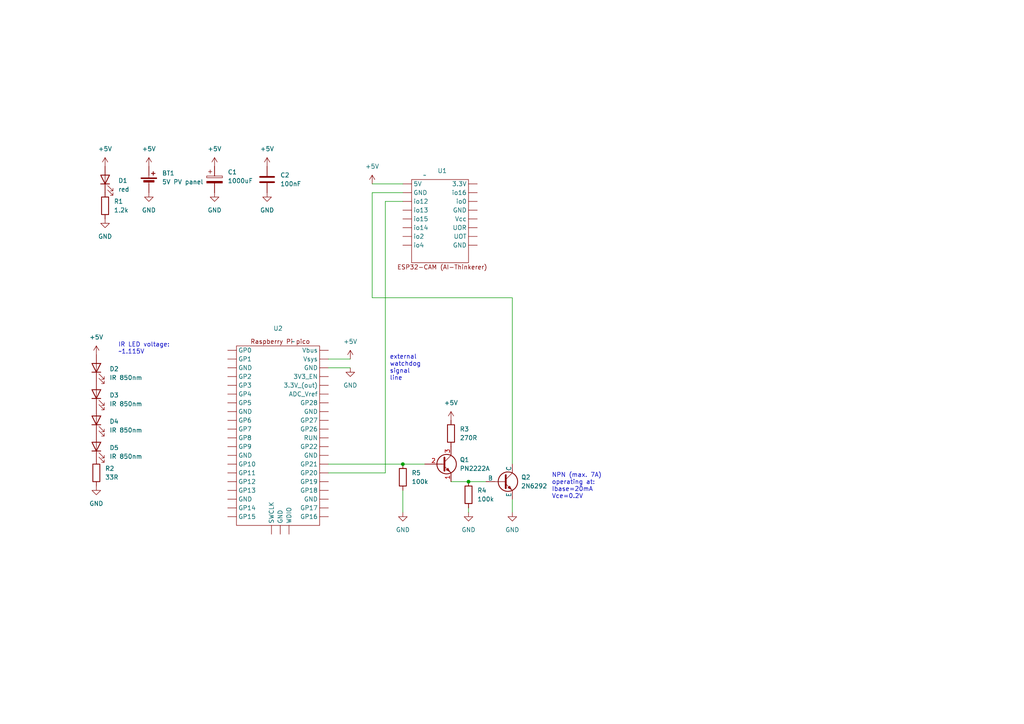
<source format=kicad_sch>
(kicad_sch (version 20230121) (generator eeschema)
  (paper "A4")
  (lib_symbols
    (symbol "Device:Battery_Cell" (pin_numbers hide) (pin_names (offset 0) hide)
      (property "Reference" "BT" (at 2.54 2.54 0))
      (property "Value" "Battery_Cell" (at 2.54 0 0))
      (symbol "Battery_Cell_0_1"
        (rectangle (start -2.286 1.778) (end 2.286 1.524) (fill (type outline)))
        (rectangle (start -1.524 1.016) (end 1.524 0.508) (fill (type outline)))
        (polyline (pts (xy 0 0.762) (xy 0 0)))
        (polyline (pts (xy 0 1.778) (xy 0 2.54)))
        (polyline (pts (xy 0.762 3.048) (xy 1.778 3.048)) (stroke (width 0.254)))
        (polyline (pts (xy 1.27 3.556) (xy 1.27 2.54)) (stroke (width 0.254)))
      )
      (symbol "Battery_Cell_1_1"
        (pin passive line (at 0 5.08 270) (length 2.54) (name "+") (number "1"))
        (pin passive line (at 0 -2.54 90) (length 2.54) (name "-") (number "2"))
      )
    )
    (symbol "Device:C" (pin_numbers hide) (pin_names (offset 0.254))
      (property "Reference" "C" (at 0.635 2.54 0))
      (property "Value" "C" (at 0.635 -2.54 0))
      (symbol "C_0_1"
        (polyline (pts (xy -2.032 -0.762) (xy 2.032 -0.762)) (stroke (width 0.508)))
        (polyline (pts (xy -2.032 0.762) (xy 2.032 0.762)) (stroke (width 0.508)))
      )
      (symbol "C_1_1"
        (pin passive line (at 0 3.81 270) (length 2.794) (name "~") (number "1"))
        (pin passive line (at 0 -3.81 90) (length 2.794) (name "~") (number "2"))
      )
    )
    (symbol "Device:C_Polarized" (pin_numbers hide) (pin_names (offset 0.254))
      (property "Reference" "C" (at 0.635 2.54 0))
      (property "Value" "C_Polarized" (at 0.635 -2.54 0))
      (symbol "C_Polarized_0_1"
        (rectangle (start -2.286 0.508) (end 2.286 1.016))
        (polyline (pts (xy -1.778 2.286) (xy -0.762 2.286)))
        (polyline (pts (xy -1.27 2.794) (xy -1.27 1.778)))
        (rectangle (start 2.286 -0.508) (end -2.286 -1.016) (fill (type outline)))
      )
      (symbol "C_Polarized_1_1"
        (pin passive line (at 0 3.81 270) (length 2.794) (name "~") (number "1"))
        (pin passive line (at 0 -3.81 90) (length 2.794) (name "~") (number "2"))
      )
    )
    (symbol "Device:LED" (pin_numbers hide) (pin_names (offset 1.016) hide)
      (property "Reference" "D" (at 0 2.54 0))
      (property "Value" "LED" (at 0 -2.54 0))
      (symbol "LED_0_1"
        (polyline (pts (xy -1.27 -1.27) (xy -1.27 1.27)) (stroke (width 0.254)))
        (polyline (pts (xy -1.27 0) (xy 1.27 0)))
        (polyline (pts (xy 1.27 -1.27) (xy 1.27 1.27) (xy -1.27 0) (xy 1.27 -1.27)) (stroke (width 0.254)))
        (polyline (pts (xy -3.048 -0.762) (xy -4.572 -2.286) (xy -3.81 -2.286) (xy -4.572 -2.286) (xy -4.572 -1.524)))
        (polyline (pts (xy -1.778 -0.762) (xy -3.302 -2.286) (xy -2.54 -2.286) (xy -3.302 -2.286) (xy -3.302 -1.524)))
      )
      (symbol "LED_1_1"
        (pin passive line (at -3.81 0 0) (length 2.54) (name "K") (number "1"))
        (pin passive line (at 3.81 0 180) (length 2.54) (name "A") (number "2"))
      )
    )
    (symbol "Device:R" (pin_numbers hide) (pin_names (offset 0))
      (property "Reference" "R" (at 2.032 0 90))
      (property "Value" "R" (at 0 0 90))
      (symbol "R_0_1"
        (rectangle (start -1.016 -2.54) (end 1.016 2.54) (stroke (width 0.254)))
      )
      (symbol "R_1_1"
        (pin passive line (at 0 3.81 270) (length 1.27) (name "~") (number "1"))
        (pin passive line (at 0 -3.81 90) (length 1.27) (name "~") (number "2"))
      )
    )
    (symbol "Simulation_SPICE:NPN" (pin_numbers hide) (pin_names (offset 0))
      (property "Reference" "Q" (at -2.54 7.62 0))
      (property "Value" "NPN" (at -2.54 5.08 0))
      (symbol "NPN_0_1"
        (polyline (pts (xy -2.54 0) (xy 0.635 0)) (stroke (width 0.1524)))
        (polyline (pts (xy 0.635 0.635) (xy 2.54 2.54)))
        (polyline (pts (xy 2.794 -1.27) (xy 2.794 -1.27)) (stroke (width 0.1524)))
        (polyline (pts (xy 2.794 -1.27) (xy 2.794 -1.27)) (stroke (width 0.1524)))
        (polyline (pts (xy 0.635 -0.635) (xy 2.54 -2.54) (xy 2.54 -2.54)))
        (polyline (pts (xy 0.635 1.905) (xy 0.635 -1.905) (xy 0.635 -1.905)) (stroke (width 0.508)))
        (polyline (pts (xy 1.27 -1.778) (xy 1.778 -1.27) (xy 2.286 -2.286) (xy 1.27 -1.778) (xy 1.27 -1.778)) (fill (type outline)))
        (circle (center 1.27 0) (radius 2.8194) (stroke (width 0.254)))
      )
      (symbol "NPN_1_1"
        (pin open_collector line (at 2.54 5.08 270) (length 2.54) (name "C") (number "1"))
        (pin input line (at -5.08 0 0) (length 2.54) (name "B") (number "2"))
        (pin open_emitter line (at 2.54 -5.08 90) (length 2.54) (name "E") (number "3"))
      )
    )
    (symbol "Transistor_BJT:PN2222A" (pin_names (offset 0) hide)
      (property "Reference" "Q" (at 5.08 1.905 0))
      (property "Value" "PN2222A" (at 5.08 0 0))
      (symbol "PN2222A_0_1"
        (polyline (pts (xy 0 0) (xy 0.635 0)))
        (polyline (pts (xy 2.54 -2.54) (xy 0.635 -0.635)))
        (polyline (pts (xy 2.54 2.54) (xy 0.635 0.635)))
        (polyline (pts (xy 0.635 1.905) (xy 0.635 -1.905) (xy 0.635 -1.905)) (stroke (width 0.508)))
        (polyline (pts (xy 2.413 -2.413) (xy 1.905 -1.905) (xy 1.905 -1.905)))
        (polyline (pts (xy 1.143 -1.651) (xy 1.651 -1.143) (xy 2.159 -2.159) (xy 1.143 -1.651) (xy 1.143 -1.651)) (fill (type outline)))
        (circle (center 1.27 0) (radius 2.8194) (stroke (width 0.254)))
      )
      (symbol "PN2222A_1_1"
        (pin passive line (at 2.54 -5.08 90) (length 2.54) (name "E") (number "1"))
        (pin input line (at -5.08 0 0) (length 5.08) (name "B") (number "2"))
        (pin passive line (at 2.54 5.08 270) (length 2.54) (name "C") (number "3"))
      )
    )
    (symbol "modules:RasPi_pico"
      (property "Reference" "U" (at 0 5.08 0))
      (symbol "RasPi_pico_0_1"
        (rectangle (start -11.43 0) (end 12.7 -52.07))
      )
      (symbol "RasPi_pico_1_1"
        (text "Raspberry Pi pico" (at 1.27 1.27 0) (effects (font (size 1.27 1.27))))
        (pin power_out line (at 15.24 -11.43 180) (length 2.54) (name "3.3V_(out)") (number ""))
        (pin input line (at 15.24 -8.89 180) (length 2.54) (name "3V3_EN") (number ""))
        (pin power_in line (at 15.24 -13.97 180) (length 2.54) (name "ADC_Vref") (number ""))
        (pin power_in line (at -13.97 -44.45 0) (length 2.54) (name "GND") (number ""))
        (pin power_in line (at -13.97 -31.75 0) (length 2.54) (name "GND") (number ""))
        (pin power_in line (at -13.97 -19.05 0) (length 2.54) (name "GND") (number ""))
        (pin power_in line (at -13.97 -6.35 0) (length 2.54) (name "GND") (number ""))
        (pin input line (at 1.27 -54.61 90) (length 2.54) (name "GND") (number ""))
        (pin power_out line (at 15.24 -44.45 180) (length 2.54) (name "GND") (number ""))
        (pin power_out line (at 15.24 -31.75 180) (length 2.54) (name "GND") (number ""))
        (pin power_out line (at 15.24 -19.05 180) (length 2.54) (name "GND") (number ""))
        (pin power_in line (at 15.24 -6.35 180) (length 2.54) (name "GND") (number ""))
        (pin bidirectional line (at -13.97 -1.27 0) (length 2.54) (name "GP0") (number ""))
        (pin bidirectional line (at -13.97 -3.81 0) (length 2.54) (name "GP1") (number ""))
        (pin bidirectional line (at -13.97 -34.29 0) (length 2.54) (name "GP10") (number ""))
        (pin bidirectional line (at -13.97 -36.83 0) (length 2.54) (name "GP11") (number ""))
        (pin bidirectional line (at -13.97 -39.37 0) (length 2.54) (name "GP12") (number ""))
        (pin bidirectional line (at -13.97 -41.91 0) (length 2.54) (name "GP13") (number ""))
        (pin bidirectional line (at -13.97 -46.99 0) (length 2.54) (name "GP14") (number ""))
        (pin bidirectional line (at -13.97 -49.53 0) (length 2.54) (name "GP15") (number ""))
        (pin bidirectional line (at 15.24 -49.53 180) (length 2.54) (name "GP16") (number ""))
        (pin bidirectional line (at 15.24 -46.99 180) (length 2.54) (name "GP17") (number ""))
        (pin bidirectional line (at 15.24 -41.91 180) (length 2.54) (name "GP18") (number ""))
        (pin bidirectional line (at 15.24 -39.37 180) (length 2.54) (name "GP19") (number ""))
        (pin bidirectional line (at -13.97 -8.89 0) (length 2.54) (name "GP2") (number ""))
        (pin bidirectional line (at 15.24 -36.83 180) (length 2.54) (name "GP20") (number ""))
        (pin bidirectional line (at 15.24 -34.29 180) (length 2.54) (name "GP21") (number ""))
        (pin bidirectional line (at 15.24 -29.21 180) (length 2.54) (name "GP22") (number ""))
        (pin bidirectional line (at 15.24 -24.13 180) (length 2.54) (name "GP26") (number ""))
        (pin bidirectional line (at 15.24 -21.59 180) (length 2.54) (name "GP27") (number ""))
        (pin bidirectional line (at 15.24 -16.51 180) (length 2.54) (name "GP28") (number ""))
        (pin bidirectional line (at -13.97 -11.43 0) (length 2.54) (name "GP3") (number ""))
        (pin bidirectional line (at -13.97 -13.97 0) (length 2.54) (name "GP4") (number ""))
        (pin bidirectional line (at -13.97 -16.51 0) (length 2.54) (name "GP5") (number ""))
        (pin bidirectional line (at -13.97 -21.59 0) (length 2.54) (name "GP6") (number ""))
        (pin bidirectional line (at -13.97 -24.13 0) (length 2.54) (name "GP7") (number ""))
        (pin bidirectional line (at -13.97 -26.67 0) (length 2.54) (name "GP8") (number ""))
        (pin bidirectional line (at -13.97 -29.21 0) (length 2.54) (name "GP9") (number ""))
        (pin input line (at 15.24 -26.67 180) (length 2.54) (name "RUN") (number ""))
        (pin bidirectional line (at -1.27 -54.61 90) (length 2.54) (name "SWCLK") (number ""))
        (pin power_in line (at 15.24 -1.27 180) (length 2.54) (name "Vbus") (number ""))
        (pin power_in line (at 15.24 -3.81 180) (length 2.54) (name "Vsys") (number ""))
        (pin bidirectional line (at 3.81 -54.61 90) (length 2.54) (name "WDIO") (number ""))
      )
    )
    (symbol "modules:esp32-cam"
      (property "Reference" "U" (at 3.81 0 0))
      (symbol "esp32-cam_0_1"
        (rectangle (start -3.81 -1.27) (end 12.7 -25.4))
      )
      (symbol "esp32-cam_1_1"
        (text "ESP32-CAM (AI-Thinkerer)" (at 5.08 -26.67 0) (effects (font (size 1.27 1.27))))
        (pin input line (at 15.24 -2.54 180) (length 2.54) (name "3.3V") (number ""))
        (pin power_in line (at -6.35 -2.54 0) (length 2.54) (name "5V") (number ""))
        (pin power_in line (at -6.35 -5.08 0) (length 2.54) (name "GND") (number ""))
        (pin power_in line (at 15.24 -20.32 180) (length 2.54) (name "GND") (number ""))
        (pin power_in line (at 15.24 -10.16 180) (length 2.54) (name "GND") (number ""))
        (pin input line (at 15.24 -15.24 180) (length 2.54) (name "UOR") (number ""))
        (pin output line (at 15.24 -17.78 180) (length 2.54) (name "UOT") (number ""))
        (pin power_in line (at 15.24 -12.7 180) (length 2.54) (name "Vcc") (number ""))
        (pin bidirectional line (at 15.24 -7.62 180) (length 2.54) (name "io0") (number ""))
        (pin bidirectional line (at -6.35 -7.62 0) (length 2.54) (name "io12") (number ""))
        (pin bidirectional line (at -6.35 -10.16 0) (length 2.54) (name "io13") (number ""))
        (pin bidirectional line (at -6.35 -15.24 0) (length 2.54) (name "io14") (number ""))
        (pin bidirectional line (at -6.35 -12.7 0) (length 2.54) (name "io15") (number ""))
        (pin bidirectional line (at 15.24 -5.08 180) (length 2.54) (name "io16") (number ""))
        (pin bidirectional line (at -6.35 -17.78 0) (length 2.54) (name "io2") (number ""))
        (pin bidirectional line (at -6.35 -20.32 0) (length 2.54) (name "io4") (number ""))
      )
    )
    (symbol "power:+5V" (power) (pin_names (offset 0))
      (property "Value" "+5V" (at 0 3.556 0))
      (symbol "+5V_0_1"
        (polyline (pts (xy -0.762 1.27) (xy 0 2.54)))
        (polyline (pts (xy 0 0) (xy 0 2.54)))
        (polyline (pts (xy 0 2.54) (xy 0.762 1.27)))
      )
      (symbol "+5V_1_1"
        (pin power_in line (at 0 0 90) (length 0) hide (name "+5V") (number "1"))
      )
    )
    (symbol "power:GND" (power) (pin_names (offset 0))
      (property "Value" "GND" (at 0 -3.81 0))
      (symbol "GND_0_1"
        (polyline (pts (xy 0 0) (xy 0 -1.27) (xy 1.27 -1.27) (xy 0 -2.54) (xy -1.27 -1.27) (xy 0 -1.27)))
      )
      (symbol "GND_1_1"
        (pin power_in line (at 0 0 270) (length 0) hide (name "GND") (number "1"))
      )
    )
  )
  (junction (at 116.84 134.62))
  (junction (at 135.89 139.7))
  (wire (pts (xy 107.95 86.36) (xy 107.95 55.88)))
  (wire (pts (xy 107.95 55.88) (xy 116.84 55.88)))
  (wire (pts (xy 95.25 134.62) (xy 116.84 134.62)))
  (wire (pts (xy 101.6 104.14) (xy 95.25 104.14)))
  (wire (pts (xy 148.59 148.59) (xy 148.59 144.78)))
  (wire (pts (xy 107.95 86.36) (xy 148.59 86.36)))
  (wire (pts (xy 101.6 106.68) (xy 95.25 106.68)))
  (wire (pts (xy 148.59 134.62) (xy 148.59 86.36)))
  (wire (pts (xy 135.89 139.7) (xy 140.97 139.7)))
  (wire (pts (xy 95.25 137.16) (xy 111.76 137.16)))
  (wire (pts (xy 130.81 139.7) (xy 135.89 139.7)))
  (wire (pts (xy 116.84 148.59) (xy 116.84 142.24)))
  (wire (pts (xy 116.84 134.62) (xy 123.19 134.62)))
  (wire (pts (xy 111.76 58.42) (xy 111.76 137.16)))
  (wire (pts (xy 116.84 58.42) (xy 111.76 58.42)))
  (wire (pts (xy 107.95 53.34) (xy 116.84 53.34)))
  (wire (pts (xy 135.89 148.59) (xy 135.89 147.32)))
  (text "external\nwatchdog\nsignal\nline" (at 113.03 110.49 0) (effects (font (size 1.27 1.27)) (justify left bottom)))
  (text "IR LED voltage:\n~1.115V" (at 34.29 102.87 0) (effects (font (size 1.27 1.27)) (justify left bottom)))
  (text "NPN (max. 7A)\noperating at:\nIbase=20mA\nVce=0.2V" (at 160.02 144.78 0) (effects (font (size 1.27 1.27)) (justify left bottom)))
  (symbol (lib_id "Device:LED") (at 27.94 129.54 90) (unit 1)
    (property "Reference" "D5" (at 31.75 129.8575 90) (effects (justify right)))
    (property "Value" "IR 850nm" (at 31.75 132.3975 90) (effects (justify right)))
  )
  (symbol (lib_id "Device:LED") (at 27.94 114.3 90) (unit 1)
    (property "Reference" "D3" (at 31.75 114.6175 90) (effects (justify right)))
    (property "Value" "IR 850nm" (at 31.75 117.1575 90) (effects (justify right)))
  )
  (symbol (lib_id "Device:R") (at 116.84 138.43 0) (unit 1)
    (property "Reference" "R5" (at 119.38 137.16 0) (effects (justify left)))
    (property "Value" "100k" (at 119.38 139.7 0) (effects (justify left)))
  )
  (symbol (lib_id "modules:RasPi_pico") (at 80.01 100.33 0) (unit 1)
    (property "Reference" "U2" (at 80.645 95.25 0))
    (property "Value" "~" (at 85.09 99.06 0))
  )
  (symbol (lib_id "Device:R") (at 27.94 137.16 0) (unit 1)
    (property "Reference" "R2" (at 30.48 135.89 0) (effects (justify left)))
    (property "Value" "33R" (at 30.48 138.43 0) (effects (justify left)))
  )
  (symbol (lib_id "power:GND") (at 27.94 140.97 0) (unit 1)
    (property "Reference" "#PWR09" (effects hide))
    (property "Value" "GND" (at 27.94 146.05 0))
  )
  (symbol (lib_id "power:GND") (at 30.48 63.5 0) (unit 1)
    (property "Reference" "#PWR07" (effects hide))
    (property "Value" "GND" (at 30.48 68.58 0))
  )
  (symbol (lib_id "Device:LED") (at 27.94 106.68 90) (unit 1)
    (property "Reference" "D2" (at 31.75 106.9975 90) (effects (justify right)))
    (property "Value" "IR 850nm" (at 31.75 109.5375 90) (effects (justify right)))
  )
  (symbol (lib_id "power:GND") (at 135.89 148.59 0) (unit 1)
    (property "Reference" "#PWR013" (effects hide))
    (property "Value" "GND" (at 135.89 153.67 0))
  )
  (symbol (lib_id "Device:R") (at 135.89 143.51 0) (unit 1)
    (property "Reference" "R4" (at 138.43 142.24 0) (effects (justify left)))
    (property "Value" "100k" (at 138.43 144.78 0) (effects (justify left)))
  )
  (symbol (lib_id "power:+5V") (at 77.47 48.26 0) (unit 1)
    (property "Reference" "#PWR06" (effects hide))
    (property "Value" "+5V" (at 77.47 43.18 0))
  )
  (symbol (lib_id "Device:R") (at 130.81 125.73 0) (unit 1)
    (property "Reference" "R3" (at 133.35 124.46 0) (effects (justify left)))
    (property "Value" "270R" (at 133.35 127 0) (effects (justify left)))
  )
  (symbol (lib_id "Device:Battery_Cell") (at 43.18 53.34 0) (unit 1)
    (property "Reference" "BT1" (at 46.99 50.2285 0) (effects (justify left)))
    (property "Value" "5V PV panel" (at 46.99 52.7685 0) (effects (justify left)))
  )
  (symbol (lib_id "power:+5V") (at 27.94 102.87 0) (unit 1)
    (property "Reference" "#PWR010" (effects hide))
    (property "Value" "+5V" (at 27.94 97.79 0))
  )
  (symbol (lib_id "power:+5V") (at 101.6 104.14 0) (unit 1)
    (property "Reference" "#PWR015" (effects hide))
    (property "Value" "+5V" (at 101.6 99.06 0))
  )
  (symbol (lib_id "Transistor_BJT:PN2222A") (at 128.27 134.62 0) (unit 1)
    (property "Reference" "Q1" (at 133.35 133.35 0) (effects (justify left)))
    (property "Value" "PN2222A" (at 133.35 135.89 0) (effects (justify left)))
    (property "Footprint" "Package_TO_SOT_THT:TO-92_Inline" (effects hide))
    (property "Datasheet" "https://www.onsemi.com/pub/Collateral/PN2222-D.PDF" (effects hide))
  )
  (symbol (lib_id "Simulation_SPICE:NPN") (at 146.05 139.7 0) (unit 1)
    (property "Reference" "Q2" (at 151.13 138.43 0) (effects (justify left)))
    (property "Value" "2N6292" (at 151.13 140.97 0) (effects (justify left)))
    (property "Datasheet" "https://ngspice.sourceforge.io/docs/ngspice-html-manual/manual.xhtml#cha_BJTs" (effects hide))
    (property "Sim.Device" "NPN" (effects hide))
    (property "Sim.Type" "GUMMELPOON" (effects hide))
    (property "Sim.Pins" "1=C 2=B 3=E" (effects hide))
  )
  (symbol (lib_id "power:GND") (at 148.59 148.59 0) (unit 1)
    (property "Reference" "#PWR012" (effects hide))
    (property "Value" "GND" (at 148.59 153.67 0))
  )
  (symbol (lib_id "power:GND") (at 101.6 106.68 0) (unit 1)
    (property "Reference" "#PWR014" (effects hide))
    (property "Value" "GND" (at 101.6 111.76 0))
  )
  (symbol (lib_id "power:GND") (at 116.84 148.59 0) (unit 1)
    (property "Reference" "#PWR016" (effects hide))
    (property "Value" "GND" (at 116.84 153.67 0))
  )
  (symbol (lib_id "power:GND") (at 43.18 55.88 0) (unit 1)
    (property "Reference" "#PWR02" (effects hide))
    (property "Value" "GND" (at 43.18 60.96 0))
  )
  (symbol (lib_id "Device:LED") (at 30.48 52.07 90) (unit 1)
    (property "Reference" "D1" (at 34.29 52.3875 90) (effects (justify right)))
    (property "Value" "red" (at 34.29 54.9275 90) (effects (justify right)))
  )
  (symbol (lib_id "Device:R") (at 30.48 59.69 0) (unit 1)
    (property "Reference" "R1" (at 33.02 58.42 0) (effects (justify left)))
    (property "Value" "1.2k" (at 33.02 60.96 0) (effects (justify left)))
  )
  (symbol (lib_id "Device:LED") (at 27.94 121.92 90) (unit 1)
    (property "Reference" "D4" (at 31.75 122.2375 90) (effects (justify right)))
    (property "Value" "IR 850nm" (at 31.75 124.7775 90) (effects (justify right)))
  )
  (symbol (lib_id "power:+5V") (at 107.95 53.34 0) (unit 1)
    (property "Reference" "#PWR011" (effects hide))
    (property "Value" "+5V" (at 107.95 48.26 0))
  )
  (symbol (lib_id "Device:C_Polarized") (at 62.23 52.07 0) (unit 1)
    (property "Reference" "C1" (at 66.04 49.911 0) (effects (justify left)))
    (property "Value" "1000uF" (at 66.04 52.451 0) (effects (justify left)))
  )
  (symbol (lib_id "power:+5V") (at 130.81 121.92 0) (unit 1)
    (property "Reference" "#PWR017" (effects hide))
    (property "Value" "+5V" (at 130.81 116.84 0))
  )
  (symbol (lib_id "power:+5V") (at 62.23 48.26 0) (unit 1)
    (property "Reference" "#PWR05" (effects hide))
    (property "Value" "+5V" (at 62.23 43.18 0))
  )
  (symbol (lib_id "power:GND") (at 62.23 55.88 0) (unit 1)
    (property "Reference" "#PWR03" (effects hide))
    (property "Value" "GND" (at 62.23 60.96 0))
  )
  (symbol (lib_id "power:GND") (at 77.47 55.88 0) (unit 1)
    (property "Reference" "#PWR04" (effects hide))
    (property "Value" "GND" (at 77.47 60.96 0))
  )
  (symbol (lib_id "modules:esp32-cam") (at 123.19 50.8 0) (unit 1)
    (property "Reference" "U1" (at 128.27 49.53 0))
    (property "Value" "~" (at 123.19 50.8 0))
  )
  (symbol (lib_id "power:+5V") (at 43.18 48.26 0) (unit 1)
    (property "Reference" "#PWR01" (effects hide))
    (property "Value" "+5V" (at 43.18 43.18 0))
  )
  (symbol (lib_id "Device:C") (at 77.47 52.07 0) (unit 1)
    (property "Reference" "C2" (at 81.28 50.8 0) (effects (justify left)))
    (property "Value" "100nF" (at 81.28 53.34 0) (effects (justify left)))
  )
  (symbol (lib_id "power:+5V") (at 30.48 48.26 0) (unit 1)
    (property "Reference" "#PWR08" (effects hide))
    (property "Value" "+5V" (at 30.48 43.18 0))
  )
)
</source>
